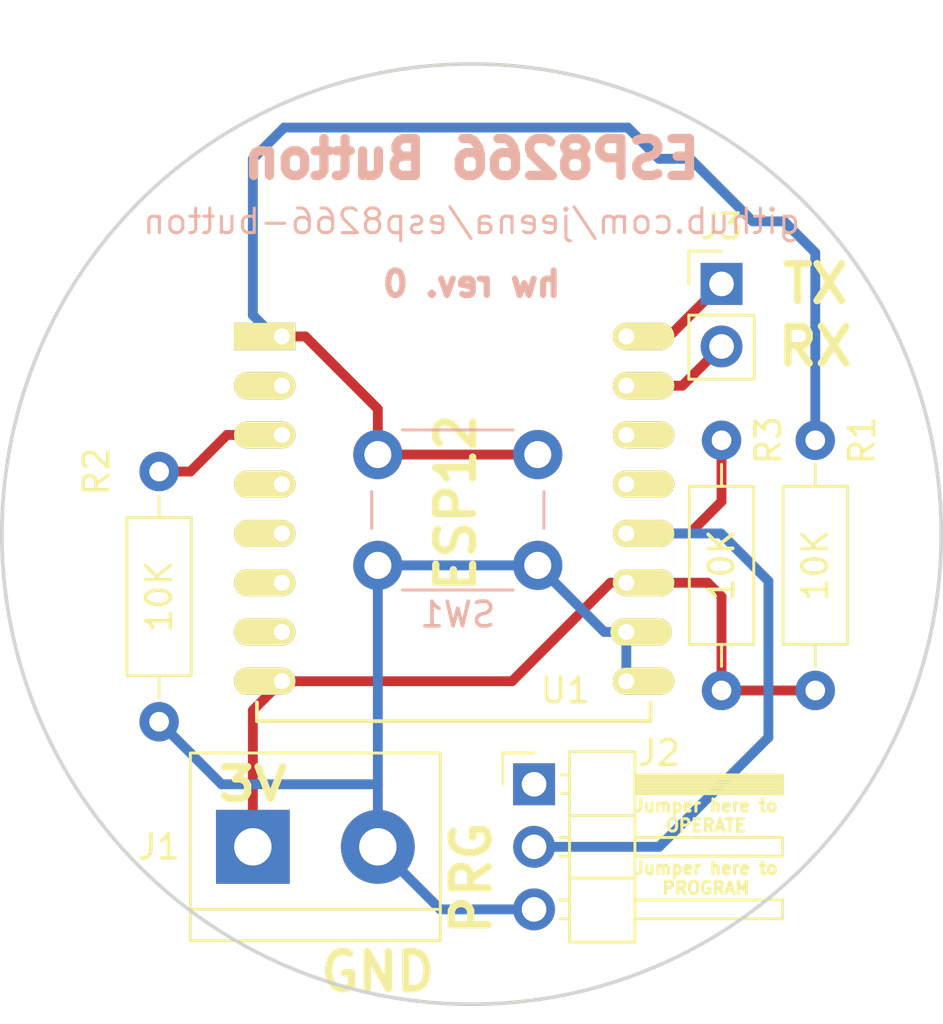
<source format=kicad_pcb>
(kicad_pcb (version 4) (host pcbnew 4.0.7-e2-6376~58~ubuntu16.04.1)

  (general
    (links 18)
    (no_connects 0)
    (area 133.134321 87.195 179.285679 133.565679)
    (thickness 1.6)
    (drawings 12)
    (tracks 50)
    (zones 0)
    (modules 8)
    (nets 16)
  )

  (page A4)
  (layers
    (0 F.Cu signal)
    (31 B.Cu signal)
    (32 B.Adhes user)
    (33 F.Adhes user)
    (34 B.Paste user)
    (35 F.Paste user)
    (36 B.SilkS user)
    (37 F.SilkS user)
    (38 B.Mask user)
    (39 F.Mask user)
    (40 Dwgs.User user)
    (41 Cmts.User user)
    (42 Eco1.User user)
    (43 Eco2.User user)
    (44 Edge.Cuts user)
    (45 Margin user)
    (46 B.CrtYd user)
    (47 F.CrtYd user)
    (48 B.Fab user)
    (49 F.Fab user)
  )

  (setup
    (last_trace_width 0.4)
    (user_trace_width 0.4)
    (user_trace_width 0.5)
    (trace_clearance 0.2)
    (zone_clearance 0.508)
    (zone_45_only no)
    (trace_min 0.2)
    (segment_width 0.2)
    (edge_width 0.15)
    (via_size 0.6)
    (via_drill 0.4)
    (via_min_size 0.4)
    (via_min_drill 0.3)
    (uvia_size 0.3)
    (uvia_drill 0.1)
    (uvias_allowed no)
    (uvia_min_size 0.2)
    (uvia_min_drill 0.1)
    (pcb_text_width 0.3)
    (pcb_text_size 1.5 1.5)
    (mod_edge_width 0.15)
    (mod_text_size 1 1)
    (mod_text_width 0.15)
    (pad_size 1.524 1.524)
    (pad_drill 0.762)
    (pad_to_mask_clearance 0.2)
    (aux_axis_origin 0 0)
    (visible_elements FFFFFF7F)
    (pcbplotparams
      (layerselection 0x00030_80000001)
      (usegerberextensions false)
      (excludeedgelayer true)
      (linewidth 0.100000)
      (plotframeref false)
      (viasonmask false)
      (mode 1)
      (useauxorigin false)
      (hpglpennumber 1)
      (hpglpenspeed 20)
      (hpglpendiameter 15)
      (hpglpenoverlay 2)
      (psnegative false)
      (psa4output false)
      (plotreference true)
      (plotvalue true)
      (plotinvisibletext false)
      (padsonsilk false)
      (subtractmaskfromsilk false)
      (outputformat 1)
      (mirror false)
      (drillshape 1)
      (scaleselection 1)
      (outputdirectory ""))
  )

  (net 0 "")
  (net 1 VCC)
  (net 2 GND)
  (net 3 "Net-(J2-Pad1)")
  (net 4 "Net-(J2-Pad2)")
  (net 5 "Net-(J3-Pad1)")
  (net 6 "Net-(J3-Pad2)")
  (net 7 "Net-(R1-Pad2)")
  (net 8 "Net-(R2-Pad1)")
  (net 9 "Net-(U1-Pad2)")
  (net 10 "Net-(U1-Pad4)")
  (net 11 "Net-(U1-Pad5)")
  (net 12 "Net-(U1-Pad6)")
  (net 13 "Net-(U1-Pad7)")
  (net 14 "Net-(U1-Pad13)")
  (net 15 "Net-(U1-Pad14)")

  (net_class Default "This is the default net class."
    (clearance 0.2)
    (trace_width 0.25)
    (via_dia 0.6)
    (via_drill 0.4)
    (uvia_dia 0.3)
    (uvia_drill 0.1)
    (add_net GND)
    (add_net "Net-(J2-Pad1)")
    (add_net "Net-(J2-Pad2)")
    (add_net "Net-(J3-Pad1)")
    (add_net "Net-(J3-Pad2)")
    (add_net "Net-(R1-Pad2)")
    (add_net "Net-(R2-Pad1)")
    (add_net "Net-(U1-Pad13)")
    (add_net "Net-(U1-Pad14)")
    (add_net "Net-(U1-Pad2)")
    (add_net "Net-(U1-Pad4)")
    (add_net "Net-(U1-Pad5)")
    (add_net "Net-(U1-Pad6)")
    (add_net "Net-(U1-Pad7)")
    (add_net VCC)
  )

  (module Connectors_Terminal_Blocks:TerminalBlock_bornier-2_P5.08mm (layer F.Cu) (tedit 5B218FB5) (tstamp 5B156F85)
    (at 147.32 125.73)
    (descr "simple 2-pin terminal block, pitch 5.08mm, revamped version of bornier2")
    (tags "terminal block bornier2")
    (path /5B1458FA)
    (fp_text reference J1 (at -3.81 0) (layer F.SilkS)
      (effects (font (size 1 1) (thickness 0.15)))
    )
    (fp_text value Screw_Terminal_01x02 (at 1.27 6.35) (layer F.Fab)
      (effects (font (size 1 1) (thickness 0.15)))
    )
    (fp_text user %R (at 2.54 0) (layer F.Fab)
      (effects (font (size 1 1) (thickness 0.15)))
    )
    (fp_line (start -2.41 2.55) (end 7.49 2.55) (layer F.Fab) (width 0.1))
    (fp_line (start -2.46 -3.75) (end -2.46 3.75) (layer F.Fab) (width 0.1))
    (fp_line (start -2.46 3.75) (end 7.54 3.75) (layer F.Fab) (width 0.1))
    (fp_line (start 7.54 3.75) (end 7.54 -3.75) (layer F.Fab) (width 0.1))
    (fp_line (start 7.54 -3.75) (end -2.46 -3.75) (layer F.Fab) (width 0.1))
    (fp_line (start 7.62 2.54) (end -2.54 2.54) (layer F.SilkS) (width 0.12))
    (fp_line (start 7.62 3.81) (end 7.62 -3.81) (layer F.SilkS) (width 0.12))
    (fp_line (start 7.62 -3.81) (end -2.54 -3.81) (layer F.SilkS) (width 0.12))
    (fp_line (start -2.54 -3.81) (end -2.54 3.81) (layer F.SilkS) (width 0.12))
    (fp_line (start -2.54 3.81) (end 7.62 3.81) (layer F.SilkS) (width 0.12))
    (fp_line (start -2.71 -4) (end 7.79 -4) (layer F.CrtYd) (width 0.05))
    (fp_line (start -2.71 -4) (end -2.71 4) (layer F.CrtYd) (width 0.05))
    (fp_line (start 7.79 4) (end 7.79 -4) (layer F.CrtYd) (width 0.05))
    (fp_line (start 7.79 4) (end -2.71 4) (layer F.CrtYd) (width 0.05))
    (pad 1 thru_hole rect (at 0 0) (size 3 3) (drill 1.52) (layers *.Cu *.Mask)
      (net 1 VCC))
    (pad 2 thru_hole circle (at 5.08 0) (size 3 3) (drill 1.52) (layers *.Cu *.Mask)
      (net 2 GND))
    (model ${KISYS3DMOD}/Terminal_Blocks.3dshapes/TerminalBlock_bornier-2_P5.08mm.wrl
      (at (xyz 0.1 0 0))
      (scale (xyz 1 1 1))
      (rotate (xyz 0 0 0))
    )
  )

  (module Pin_Headers:Pin_Header_Angled_1x03_Pitch2.54mm (layer F.Cu) (tedit 5B218FAF) (tstamp 5B156F8C)
    (at 158.75 123.19)
    (descr "Through hole angled pin header, 1x03, 2.54mm pitch, 6mm pin length, single row")
    (tags "Through hole angled pin header THT 1x03 2.54mm single row")
    (path /5B1455C8)
    (fp_text reference J2 (at 5.08 -1.27) (layer F.SilkS)
      (effects (font (size 1 1) (thickness 0.15)))
    )
    (fp_text value Conn_01x03_Male (at 5.08 8.89) (layer F.Fab)
      (effects (font (size 1 1) (thickness 0.15)))
    )
    (fp_line (start 2.135 -1.27) (end 4.04 -1.27) (layer F.Fab) (width 0.1))
    (fp_line (start 4.04 -1.27) (end 4.04 6.35) (layer F.Fab) (width 0.1))
    (fp_line (start 4.04 6.35) (end 1.5 6.35) (layer F.Fab) (width 0.1))
    (fp_line (start 1.5 6.35) (end 1.5 -0.635) (layer F.Fab) (width 0.1))
    (fp_line (start 1.5 -0.635) (end 2.135 -1.27) (layer F.Fab) (width 0.1))
    (fp_line (start -0.32 -0.32) (end 1.5 -0.32) (layer F.Fab) (width 0.1))
    (fp_line (start -0.32 -0.32) (end -0.32 0.32) (layer F.Fab) (width 0.1))
    (fp_line (start -0.32 0.32) (end 1.5 0.32) (layer F.Fab) (width 0.1))
    (fp_line (start 4.04 -0.32) (end 10.04 -0.32) (layer F.Fab) (width 0.1))
    (fp_line (start 10.04 -0.32) (end 10.04 0.32) (layer F.Fab) (width 0.1))
    (fp_line (start 4.04 0.32) (end 10.04 0.32) (layer F.Fab) (width 0.1))
    (fp_line (start -0.32 2.22) (end 1.5 2.22) (layer F.Fab) (width 0.1))
    (fp_line (start -0.32 2.22) (end -0.32 2.86) (layer F.Fab) (width 0.1))
    (fp_line (start -0.32 2.86) (end 1.5 2.86) (layer F.Fab) (width 0.1))
    (fp_line (start 4.04 2.22) (end 10.04 2.22) (layer F.Fab) (width 0.1))
    (fp_line (start 10.04 2.22) (end 10.04 2.86) (layer F.Fab) (width 0.1))
    (fp_line (start 4.04 2.86) (end 10.04 2.86) (layer F.Fab) (width 0.1))
    (fp_line (start -0.32 4.76) (end 1.5 4.76) (layer F.Fab) (width 0.1))
    (fp_line (start -0.32 4.76) (end -0.32 5.4) (layer F.Fab) (width 0.1))
    (fp_line (start -0.32 5.4) (end 1.5 5.4) (layer F.Fab) (width 0.1))
    (fp_line (start 4.04 4.76) (end 10.04 4.76) (layer F.Fab) (width 0.1))
    (fp_line (start 10.04 4.76) (end 10.04 5.4) (layer F.Fab) (width 0.1))
    (fp_line (start 4.04 5.4) (end 10.04 5.4) (layer F.Fab) (width 0.1))
    (fp_line (start 1.44 -1.33) (end 1.44 6.41) (layer F.SilkS) (width 0.12))
    (fp_line (start 1.44 6.41) (end 4.1 6.41) (layer F.SilkS) (width 0.12))
    (fp_line (start 4.1 6.41) (end 4.1 -1.33) (layer F.SilkS) (width 0.12))
    (fp_line (start 4.1 -1.33) (end 1.44 -1.33) (layer F.SilkS) (width 0.12))
    (fp_line (start 4.1 -0.38) (end 10.1 -0.38) (layer F.SilkS) (width 0.12))
    (fp_line (start 10.1 -0.38) (end 10.1 0.38) (layer F.SilkS) (width 0.12))
    (fp_line (start 10.1 0.38) (end 4.1 0.38) (layer F.SilkS) (width 0.12))
    (fp_line (start 4.1 -0.32) (end 10.1 -0.32) (layer F.SilkS) (width 0.12))
    (fp_line (start 4.1 -0.2) (end 10.1 -0.2) (layer F.SilkS) (width 0.12))
    (fp_line (start 4.1 -0.08) (end 10.1 -0.08) (layer F.SilkS) (width 0.12))
    (fp_line (start 4.1 0.04) (end 10.1 0.04) (layer F.SilkS) (width 0.12))
    (fp_line (start 4.1 0.16) (end 10.1 0.16) (layer F.SilkS) (width 0.12))
    (fp_line (start 4.1 0.28) (end 10.1 0.28) (layer F.SilkS) (width 0.12))
    (fp_line (start 1.11 -0.38) (end 1.44 -0.38) (layer F.SilkS) (width 0.12))
    (fp_line (start 1.11 0.38) (end 1.44 0.38) (layer F.SilkS) (width 0.12))
    (fp_line (start 1.44 1.27) (end 4.1 1.27) (layer F.SilkS) (width 0.12))
    (fp_line (start 4.1 2.16) (end 10.1 2.16) (layer F.SilkS) (width 0.12))
    (fp_line (start 10.1 2.16) (end 10.1 2.92) (layer F.SilkS) (width 0.12))
    (fp_line (start 10.1 2.92) (end 4.1 2.92) (layer F.SilkS) (width 0.12))
    (fp_line (start 1.042929 2.16) (end 1.44 2.16) (layer F.SilkS) (width 0.12))
    (fp_line (start 1.042929 2.92) (end 1.44 2.92) (layer F.SilkS) (width 0.12))
    (fp_line (start 1.44 3.81) (end 4.1 3.81) (layer F.SilkS) (width 0.12))
    (fp_line (start 4.1 4.7) (end 10.1 4.7) (layer F.SilkS) (width 0.12))
    (fp_line (start 10.1 4.7) (end 10.1 5.46) (layer F.SilkS) (width 0.12))
    (fp_line (start 10.1 5.46) (end 4.1 5.46) (layer F.SilkS) (width 0.12))
    (fp_line (start 1.042929 4.7) (end 1.44 4.7) (layer F.SilkS) (width 0.12))
    (fp_line (start 1.042929 5.46) (end 1.44 5.46) (layer F.SilkS) (width 0.12))
    (fp_line (start -1.27 0) (end -1.27 -1.27) (layer F.SilkS) (width 0.12))
    (fp_line (start -1.27 -1.27) (end 0 -1.27) (layer F.SilkS) (width 0.12))
    (fp_line (start -1.8 -1.8) (end -1.8 6.85) (layer F.CrtYd) (width 0.05))
    (fp_line (start -1.8 6.85) (end 10.55 6.85) (layer F.CrtYd) (width 0.05))
    (fp_line (start 10.55 6.85) (end 10.55 -1.8) (layer F.CrtYd) (width 0.05))
    (fp_line (start 10.55 -1.8) (end -1.8 -1.8) (layer F.CrtYd) (width 0.05))
    (fp_text user %R (at 2.77 2.54 90) (layer F.Fab)
      (effects (font (size 1 1) (thickness 0.15)))
    )
    (pad 1 thru_hole rect (at 0 0) (size 1.7 1.7) (drill 1) (layers *.Cu *.Mask)
      (net 3 "Net-(J2-Pad1)"))
    (pad 2 thru_hole oval (at 0 2.54) (size 1.7 1.7) (drill 1) (layers *.Cu *.Mask)
      (net 4 "Net-(J2-Pad2)"))
    (pad 3 thru_hole oval (at 0 5.08) (size 1.7 1.7) (drill 1) (layers *.Cu *.Mask)
      (net 2 GND))
    (model ${KISYS3DMOD}/Pin_Headers.3dshapes/Pin_Header_Angled_1x03_Pitch2.54mm.wrl
      (at (xyz 0 0 0))
      (scale (xyz 1 1 1))
      (rotate (xyz 0 0 0))
    )
  )

  (module Socket_Strips:Socket_Strip_Straight_1x02_Pitch2.54mm (layer F.Cu) (tedit 5B2189E6) (tstamp 5B156F92)
    (at 166.37 102.87)
    (descr "Through hole straight socket strip, 1x02, 2.54mm pitch, single row")
    (tags "Through hole socket strip THT 1x02 2.54mm single row")
    (path /5B1457E5)
    (fp_text reference J3 (at 0 -2.33) (layer F.SilkS)
      (effects (font (size 1 1) (thickness 0.15)))
    )
    (fp_text value Conn_01x02_Female (at 2.54 -3.81 270) (layer F.Fab)
      (effects (font (size 1 1) (thickness 0.15)))
    )
    (fp_line (start -1.27 -1.27) (end -1.27 3.81) (layer F.Fab) (width 0.1))
    (fp_line (start -1.27 3.81) (end 1.27 3.81) (layer F.Fab) (width 0.1))
    (fp_line (start 1.27 3.81) (end 1.27 -1.27) (layer F.Fab) (width 0.1))
    (fp_line (start 1.27 -1.27) (end -1.27 -1.27) (layer F.Fab) (width 0.1))
    (fp_line (start -1.33 1.27) (end -1.33 3.87) (layer F.SilkS) (width 0.12))
    (fp_line (start -1.33 3.87) (end 1.33 3.87) (layer F.SilkS) (width 0.12))
    (fp_line (start 1.33 3.87) (end 1.33 1.27) (layer F.SilkS) (width 0.12))
    (fp_line (start 1.33 1.27) (end -1.33 1.27) (layer F.SilkS) (width 0.12))
    (fp_line (start -1.33 0) (end -1.33 -1.33) (layer F.SilkS) (width 0.12))
    (fp_line (start -1.33 -1.33) (end 0 -1.33) (layer F.SilkS) (width 0.12))
    (fp_line (start -1.8 -1.8) (end -1.8 4.35) (layer F.CrtYd) (width 0.05))
    (fp_line (start -1.8 4.35) (end 1.8 4.35) (layer F.CrtYd) (width 0.05))
    (fp_line (start 1.8 4.35) (end 1.8 -1.8) (layer F.CrtYd) (width 0.05))
    (fp_line (start 1.8 -1.8) (end -1.8 -1.8) (layer F.CrtYd) (width 0.05))
    (fp_text user %R (at 0 -2.33) (layer F.Fab)
      (effects (font (size 1 1) (thickness 0.15)))
    )
    (pad 1 thru_hole rect (at 0 0) (size 1.7 1.7) (drill 1) (layers *.Cu *.Mask)
      (net 5 "Net-(J3-Pad1)"))
    (pad 2 thru_hole oval (at 0 2.54) (size 1.7 1.7) (drill 1) (layers *.Cu *.Mask)
      (net 6 "Net-(J3-Pad2)"))
    (model ${KISYS3DMOD}/Socket_Strips.3dshapes/Socket_Strip_Straight_1x02_Pitch2.54mm.wrl
      (at (xyz 0 -0.05 0))
      (scale (xyz 1 1 1))
      (rotate (xyz 0 0 270))
    )
  )

  (module Resistors_THT:R_Axial_DIN0207_L6.3mm_D2.5mm_P10.16mm_Horizontal (layer F.Cu) (tedit 5B21901C) (tstamp 5B156F98)
    (at 170.18 119.38 90)
    (descr "Resistor, Axial_DIN0207 series, Axial, Horizontal, pin pitch=10.16mm, 0.25W = 1/4W, length*diameter=6.3*2.5mm^2, http://cdn-reichelt.de/documents/datenblatt/B400/1_4W%23YAG.pdf")
    (tags "Resistor Axial_DIN0207 series Axial Horizontal pin pitch 10.16mm 0.25W = 1/4W length 6.3mm diameter 2.5mm")
    (path /5B144DE3)
    (fp_text reference R1 (at 10.16 1.905 90) (layer F.SilkS)
      (effects (font (size 1 1) (thickness 0.15)))
    )
    (fp_text value 10K (at 5.08 0 90) (layer F.SilkS)
      (effects (font (size 1 1) (thickness 0.15)))
    )
    (fp_line (start 1.93 -1.25) (end 1.93 1.25) (layer F.Fab) (width 0.1))
    (fp_line (start 1.93 1.25) (end 8.23 1.25) (layer F.Fab) (width 0.1))
    (fp_line (start 8.23 1.25) (end 8.23 -1.25) (layer F.Fab) (width 0.1))
    (fp_line (start 8.23 -1.25) (end 1.93 -1.25) (layer F.Fab) (width 0.1))
    (fp_line (start 0 0) (end 1.93 0) (layer F.Fab) (width 0.1))
    (fp_line (start 10.16 0) (end 8.23 0) (layer F.Fab) (width 0.1))
    (fp_line (start 1.87 -1.31) (end 1.87 1.31) (layer F.SilkS) (width 0.12))
    (fp_line (start 1.87 1.31) (end 8.29 1.31) (layer F.SilkS) (width 0.12))
    (fp_line (start 8.29 1.31) (end 8.29 -1.31) (layer F.SilkS) (width 0.12))
    (fp_line (start 8.29 -1.31) (end 1.87 -1.31) (layer F.SilkS) (width 0.12))
    (fp_line (start 0.98 0) (end 1.87 0) (layer F.SilkS) (width 0.12))
    (fp_line (start 9.18 0) (end 8.29 0) (layer F.SilkS) (width 0.12))
    (fp_line (start -1.05 -1.6) (end -1.05 1.6) (layer F.CrtYd) (width 0.05))
    (fp_line (start -1.05 1.6) (end 11.25 1.6) (layer F.CrtYd) (width 0.05))
    (fp_line (start 11.25 1.6) (end 11.25 -1.6) (layer F.CrtYd) (width 0.05))
    (fp_line (start 11.25 -1.6) (end -1.05 -1.6) (layer F.CrtYd) (width 0.05))
    (pad 1 thru_hole circle (at 0 0 90) (size 1.6 1.6) (drill 0.8) (layers *.Cu *.Mask)
      (net 1 VCC))
    (pad 2 thru_hole oval (at 10.16 0 90) (size 1.6 1.6) (drill 0.8) (layers *.Cu *.Mask)
      (net 7 "Net-(R1-Pad2)"))
    (model ${KISYS3DMOD}/Resistors_THT.3dshapes/R_Axial_DIN0207_L6.3mm_D2.5mm_P10.16mm_Horizontal.wrl
      (at (xyz 0 0 0))
      (scale (xyz 0.393701 0.393701 0.393701))
      (rotate (xyz 0 0 0))
    )
  )

  (module Resistors_THT:R_Axial_DIN0207_L6.3mm_D2.5mm_P10.16mm_Horizontal (layer F.Cu) (tedit 5B219024) (tstamp 5B156F9E)
    (at 143.51 110.49 270)
    (descr "Resistor, Axial_DIN0207 series, Axial, Horizontal, pin pitch=10.16mm, 0.25W = 1/4W, length*diameter=6.3*2.5mm^2, http://cdn-reichelt.de/documents/datenblatt/B400/1_4W%23YAG.pdf")
    (tags "Resistor Axial_DIN0207 series Axial Horizontal pin pitch 10.16mm 0.25W = 1/4W length 6.3mm diameter 2.5mm")
    (path /5B144EF0)
    (fp_text reference R2 (at 0 2.54 270) (layer F.SilkS)
      (effects (font (size 1 1) (thickness 0.15)))
    )
    (fp_text value 10K (at 5.08 0 270) (layer F.SilkS)
      (effects (font (size 1 1) (thickness 0.15)))
    )
    (fp_line (start 1.93 -1.25) (end 1.93 1.25) (layer F.Fab) (width 0.1))
    (fp_line (start 1.93 1.25) (end 8.23 1.25) (layer F.Fab) (width 0.1))
    (fp_line (start 8.23 1.25) (end 8.23 -1.25) (layer F.Fab) (width 0.1))
    (fp_line (start 8.23 -1.25) (end 1.93 -1.25) (layer F.Fab) (width 0.1))
    (fp_line (start 0 0) (end 1.93 0) (layer F.Fab) (width 0.1))
    (fp_line (start 10.16 0) (end 8.23 0) (layer F.Fab) (width 0.1))
    (fp_line (start 1.87 -1.31) (end 1.87 1.31) (layer F.SilkS) (width 0.12))
    (fp_line (start 1.87 1.31) (end 8.29 1.31) (layer F.SilkS) (width 0.12))
    (fp_line (start 8.29 1.31) (end 8.29 -1.31) (layer F.SilkS) (width 0.12))
    (fp_line (start 8.29 -1.31) (end 1.87 -1.31) (layer F.SilkS) (width 0.12))
    (fp_line (start 0.98 0) (end 1.87 0) (layer F.SilkS) (width 0.12))
    (fp_line (start 9.18 0) (end 8.29 0) (layer F.SilkS) (width 0.12))
    (fp_line (start -1.05 -1.6) (end -1.05 1.6) (layer F.CrtYd) (width 0.05))
    (fp_line (start -1.05 1.6) (end 11.25 1.6) (layer F.CrtYd) (width 0.05))
    (fp_line (start 11.25 1.6) (end 11.25 -1.6) (layer F.CrtYd) (width 0.05))
    (fp_line (start 11.25 -1.6) (end -1.05 -1.6) (layer F.CrtYd) (width 0.05))
    (pad 1 thru_hole circle (at 0 0 270) (size 1.6 1.6) (drill 0.8) (layers *.Cu *.Mask)
      (net 8 "Net-(R2-Pad1)"))
    (pad 2 thru_hole oval (at 10.16 0 270) (size 1.6 1.6) (drill 0.8) (layers *.Cu *.Mask)
      (net 2 GND))
    (model ${KISYS3DMOD}/Resistors_THT.3dshapes/R_Axial_DIN0207_L6.3mm_D2.5mm_P10.16mm_Horizontal.wrl
      (at (xyz 0 0 0))
      (scale (xyz 0.393701 0.393701 0.393701))
      (rotate (xyz 0 0 0))
    )
  )

  (module Resistors_THT:R_Axial_DIN0207_L6.3mm_D2.5mm_P10.16mm_Horizontal (layer F.Cu) (tedit 5B219019) (tstamp 5B156FA4)
    (at 166.37 119.38 90)
    (descr "Resistor, Axial_DIN0207 series, Axial, Horizontal, pin pitch=10.16mm, 0.25W = 1/4W, length*diameter=6.3*2.5mm^2, http://cdn-reichelt.de/documents/datenblatt/B400/1_4W%23YAG.pdf")
    (tags "Resistor Axial_DIN0207 series Axial Horizontal pin pitch 10.16mm 0.25W = 1/4W length 6.3mm diameter 2.5mm")
    (path /5B145120)
    (fp_text reference R3 (at 10.16 1.905 90) (layer F.SilkS)
      (effects (font (size 1 1) (thickness 0.15)))
    )
    (fp_text value 10K (at 5.08 0 90) (layer F.SilkS)
      (effects (font (size 1 1) (thickness 0.15)))
    )
    (fp_line (start 1.93 -1.25) (end 1.93 1.25) (layer F.Fab) (width 0.1))
    (fp_line (start 1.93 1.25) (end 8.23 1.25) (layer F.Fab) (width 0.1))
    (fp_line (start 8.23 1.25) (end 8.23 -1.25) (layer F.Fab) (width 0.1))
    (fp_line (start 8.23 -1.25) (end 1.93 -1.25) (layer F.Fab) (width 0.1))
    (fp_line (start 0 0) (end 1.93 0) (layer F.Fab) (width 0.1))
    (fp_line (start 10.16 0) (end 8.23 0) (layer F.Fab) (width 0.1))
    (fp_line (start 1.87 -1.31) (end 1.87 1.31) (layer F.SilkS) (width 0.12))
    (fp_line (start 1.87 1.31) (end 8.29 1.31) (layer F.SilkS) (width 0.12))
    (fp_line (start 8.29 1.31) (end 8.29 -1.31) (layer F.SilkS) (width 0.12))
    (fp_line (start 8.29 -1.31) (end 1.87 -1.31) (layer F.SilkS) (width 0.12))
    (fp_line (start 0.98 0) (end 1.87 0) (layer F.SilkS) (width 0.12))
    (fp_line (start 9.18 0) (end 8.29 0) (layer F.SilkS) (width 0.12))
    (fp_line (start -1.05 -1.6) (end -1.05 1.6) (layer F.CrtYd) (width 0.05))
    (fp_line (start -1.05 1.6) (end 11.25 1.6) (layer F.CrtYd) (width 0.05))
    (fp_line (start 11.25 1.6) (end 11.25 -1.6) (layer F.CrtYd) (width 0.05))
    (fp_line (start 11.25 -1.6) (end -1.05 -1.6) (layer F.CrtYd) (width 0.05))
    (pad 1 thru_hole circle (at 0 0 90) (size 1.6 1.6) (drill 0.8) (layers *.Cu *.Mask)
      (net 1 VCC))
    (pad 2 thru_hole oval (at 10.16 0 90) (size 1.6 1.6) (drill 0.8) (layers *.Cu *.Mask)
      (net 4 "Net-(J2-Pad2)"))
    (model ${KISYS3DMOD}/Resistors_THT.3dshapes/R_Axial_DIN0207_L6.3mm_D2.5mm_P10.16mm_Horizontal.wrl
      (at (xyz 0 0 0))
      (scale (xyz 0.393701 0.393701 0.393701))
      (rotate (xyz 0 0 0))
    )
  )

  (module Buttons_Switches_THT:SW_PUSH_6mm (layer B.Cu) (tedit 5B217E43) (tstamp 5B156FAC)
    (at 152.4 114.3)
    (descr https://www.omron.com/ecb/products/pdf/en-b3f.pdf)
    (tags "tact sw push 6mm")
    (path /5B144B0C)
    (fp_text reference SW1 (at 3.25 2) (layer B.SilkS)
      (effects (font (size 1 1) (thickness 0.15)) (justify mirror))
    )
    (fp_text value SW_DIP_x01 (at 3.75 -6.7) (layer B.Fab)
      (effects (font (size 1 1) (thickness 0.15)) (justify mirror))
    )
    (fp_text user %R (at 3.25 -2.25) (layer B.Fab)
      (effects (font (size 1 1) (thickness 0.15)) (justify mirror))
    )
    (fp_line (start 3.25 0.75) (end 6.25 0.75) (layer B.Fab) (width 0.1))
    (fp_line (start 6.25 0.75) (end 6.25 -5.25) (layer B.Fab) (width 0.1))
    (fp_line (start 6.25 -5.25) (end 0.25 -5.25) (layer B.Fab) (width 0.1))
    (fp_line (start 0.25 -5.25) (end 0.25 0.75) (layer B.Fab) (width 0.1))
    (fp_line (start 0.25 0.75) (end 3.25 0.75) (layer B.Fab) (width 0.1))
    (fp_line (start 7.75 -6) (end 8 -6) (layer B.CrtYd) (width 0.05))
    (fp_line (start 8 -6) (end 8 -5.75) (layer B.CrtYd) (width 0.05))
    (fp_line (start 7.75 1.5) (end 8 1.5) (layer B.CrtYd) (width 0.05))
    (fp_line (start 8 1.5) (end 8 1.25) (layer B.CrtYd) (width 0.05))
    (fp_line (start -1.5 1.25) (end -1.5 1.5) (layer B.CrtYd) (width 0.05))
    (fp_line (start -1.5 1.5) (end -1.25 1.5) (layer B.CrtYd) (width 0.05))
    (fp_line (start -1.5 -5.75) (end -1.5 -6) (layer B.CrtYd) (width 0.05))
    (fp_line (start -1.5 -6) (end -1.25 -6) (layer B.CrtYd) (width 0.05))
    (fp_line (start -1.25 1.5) (end 7.75 1.5) (layer B.CrtYd) (width 0.05))
    (fp_line (start -1.5 -5.75) (end -1.5 1.25) (layer B.CrtYd) (width 0.05))
    (fp_line (start 7.75 -6) (end -1.25 -6) (layer B.CrtYd) (width 0.05))
    (fp_line (start 8 1.25) (end 8 -5.75) (layer B.CrtYd) (width 0.05))
    (fp_line (start 1 -5.5) (end 5.5 -5.5) (layer B.SilkS) (width 0.12))
    (fp_line (start -0.25 -1.5) (end -0.25 -3) (layer B.SilkS) (width 0.12))
    (fp_line (start 5.5 1) (end 1 1) (layer B.SilkS) (width 0.12))
    (fp_line (start 6.75 -3) (end 6.75 -1.5) (layer B.SilkS) (width 0.12))
    (fp_circle (center 3.25 -2.25) (end 1.25 -2.5) (layer B.Fab) (width 0.1))
    (pad 2 thru_hole circle (at 0 -4.5 270) (size 2 2) (drill 1.1) (layers *.Cu *.Mask)
      (net 7 "Net-(R1-Pad2)"))
    (pad 1 thru_hole circle (at 0 0 270) (size 2 2) (drill 1.1) (layers *.Cu *.Mask)
      (net 2 GND))
    (pad 2 thru_hole circle (at 6.5 -4.5 270) (size 2 2) (drill 1.1) (layers *.Cu *.Mask)
      (net 7 "Net-(R1-Pad2)"))
    (pad 1 thru_hole circle (at 6.5 0 270) (size 2 2) (drill 1.1) (layers *.Cu *.Mask)
      (net 2 GND))
    (model ${KISYS3DMOD}/Buttons_Switches_THT.3dshapes/SW_PUSH_6mm.wrl
      (at (xyz 0.005 0 0))
      (scale (xyz 0.3937 0.3937 0.3937))
      (rotate (xyz 0 0 0))
    )
  )

  (module ESP8266:ESP-12 locked (layer F.Cu) (tedit 5B218FAB) (tstamp 5B156FC0)
    (at 148.5011 105.0036)
    (descr "Module, ESP-8266, ESP-12, 16 pad, SMD")
    (tags "Module ESP-8266 ESP8266")
    (path /5B13171D)
    (fp_text reference U1 (at 11.5189 14.3764) (layer F.SilkS)
      (effects (font (size 1 1) (thickness 0.15)))
    )
    (fp_text value ESP-12 (at 6.992 1) (layer F.Fab)
      (effects (font (size 1 1) (thickness 0.15)))
    )
    (fp_line (start -2.25 -0.5) (end -2.25 -8.75) (layer F.CrtYd) (width 0.05))
    (fp_line (start -2.25 -8.75) (end 15.25 -8.75) (layer F.CrtYd) (width 0.05))
    (fp_line (start 15.25 -8.75) (end 16.25 -8.75) (layer F.CrtYd) (width 0.05))
    (fp_line (start 16.25 -8.75) (end 16.25 16) (layer F.CrtYd) (width 0.05))
    (fp_line (start 16.25 16) (end -2.25 16) (layer F.CrtYd) (width 0.05))
    (fp_line (start -2.25 16) (end -2.25 -0.5) (layer F.CrtYd) (width 0.05))
    (fp_line (start -1.016 -8.382) (end 14.986 -8.382) (layer F.CrtYd) (width 0.1524))
    (fp_line (start 14.986 -8.382) (end 14.986 -0.889) (layer F.CrtYd) (width 0.1524))
    (fp_line (start -1.016 -8.382) (end -1.016 -1.016) (layer F.CrtYd) (width 0.1524))
    (fp_line (start -1.016 14.859) (end -1.016 15.621) (layer F.SilkS) (width 0.1524))
    (fp_line (start -1.016 15.621) (end 14.986 15.621) (layer F.SilkS) (width 0.1524))
    (fp_line (start 14.986 15.621) (end 14.986 14.859) (layer F.SilkS) (width 0.1524))
    (fp_line (start 14.992 -8.4) (end -1.008 -2.6) (layer F.CrtYd) (width 0.1524))
    (fp_line (start -1.008 -8.4) (end 14.992 -2.6) (layer F.CrtYd) (width 0.1524))
    (fp_text user "No Copper" (at 6.892 -5.4) (layer F.CrtYd)
      (effects (font (size 1 1) (thickness 0.15)))
    )
    (fp_line (start -1.008 -2.6) (end 14.992 -2.6) (layer F.CrtYd) (width 0.1524))
    (fp_line (start 15 -8.4) (end 15 15.6) (layer F.Fab) (width 0.05))
    (fp_line (start 14.992 15.6) (end -1.008 15.6) (layer F.Fab) (width 0.05))
    (fp_line (start -1.008 15.6) (end -1.008 -8.4) (layer F.Fab) (width 0.05))
    (fp_line (start -1.008 -8.4) (end 14.992 -8.4) (layer F.Fab) (width 0.05))
    (pad 1 thru_hole rect (at 0 0) (size 2.5 1.1) (drill 0.65 (offset -0.7 0)) (layers *.Cu *.Mask F.SilkS)
      (net 7 "Net-(R1-Pad2)"))
    (pad 2 thru_hole oval (at 0 2) (size 2.5 1.1) (drill 0.65 (offset -0.7 0)) (layers *.Cu *.Mask F.SilkS)
      (net 9 "Net-(U1-Pad2)"))
    (pad 3 thru_hole oval (at 0 4) (size 2.5 1.1) (drill 0.65 (offset -0.7 0)) (layers *.Cu *.Mask F.SilkS)
      (net 8 "Net-(R2-Pad1)"))
    (pad 4 thru_hole oval (at 0 6) (size 2.5 1.1) (drill 0.65 (offset -0.7 0)) (layers *.Cu *.Mask F.SilkS)
      (net 10 "Net-(U1-Pad4)"))
    (pad 5 thru_hole oval (at 0 8) (size 2.5 1.1) (drill 0.65 (offset -0.7 0)) (layers *.Cu *.Mask F.SilkS)
      (net 11 "Net-(U1-Pad5)"))
    (pad 6 thru_hole oval (at 0 10) (size 2.5 1.1) (drill 0.65 (offset -0.7 0)) (layers *.Cu *.Mask F.SilkS)
      (net 12 "Net-(U1-Pad6)"))
    (pad 7 thru_hole oval (at 0 12) (size 2.5 1.1) (drill 0.65 (offset -0.7 0)) (layers *.Cu *.Mask F.SilkS)
      (net 13 "Net-(U1-Pad7)"))
    (pad 8 thru_hole oval (at 0 14) (size 2.5 1.1) (drill 0.65 (offset -0.7 0)) (layers *.Cu *.Mask F.SilkS)
      (net 1 VCC))
    (pad 9 thru_hole oval (at 14 14) (size 2.5 1.1) (drill 0.65 (offset 0.7 0)) (layers *.Cu *.Mask F.SilkS)
      (net 2 GND))
    (pad 10 thru_hole oval (at 14 12) (size 2.5 1.1) (drill 0.65 (offset 0.6 0)) (layers *.Cu *.Mask F.SilkS)
      (net 2 GND))
    (pad 11 thru_hole oval (at 14 10) (size 2.5 1.1) (drill 0.65 (offset 0.7 0)) (layers *.Cu *.Mask F.SilkS)
      (net 1 VCC))
    (pad 12 thru_hole oval (at 14 8) (size 2.5 1.1) (drill 0.65 (offset 0.7 0)) (layers *.Cu *.Mask F.SilkS)
      (net 4 "Net-(J2-Pad2)"))
    (pad 13 thru_hole oval (at 14 6) (size 2.5 1.1) (drill 0.65 (offset 0.7 0)) (layers *.Cu *.Mask F.SilkS)
      (net 14 "Net-(U1-Pad13)"))
    (pad 14 thru_hole oval (at 14 4) (size 2.5 1.1) (drill 0.65 (offset 0.7 0)) (layers *.Cu *.Mask F.SilkS)
      (net 15 "Net-(U1-Pad14)"))
    (pad 15 thru_hole oval (at 14 2) (size 2.5 1.1) (drill 0.65 (offset 0.7 0)) (layers *.Cu *.Mask F.SilkS)
      (net 6 "Net-(J3-Pad2)"))
    (pad 16 thru_hole oval (at 14 0) (size 2.5 1.1) (drill 0.65 (offset 0.7 0)) (layers *.Cu *.Mask F.SilkS)
      (net 5 "Net-(J3-Pad1)"))
    (model ${ESPLIB}/ESP8266.3dshapes/ESP-12.wrl
      (at (xyz 0 0 0))
      (scale (xyz 0.3937 0.3937 0.3937))
      (rotate (xyz 0 0 0))
    )
  )

  (gr_text ESP12 (at 155.575 111.76 90) (layer F.SilkS)
    (effects (font (size 1.5 1.5) (thickness 0.3)))
  )
  (gr_text "Jumper here to\nOPERATE" (at 165.735 124.46) (layer F.SilkS)
    (effects (font (size 0.5 0.5) (thickness 0.125)))
  )
  (gr_text "Jumper here to\nPROGRAM" (at 165.735 127) (layer F.SilkS)
    (effects (font (size 0.5 0.5) (thickness 0.125)))
  )
  (gr_text "hw rev. 0" (at 156.21 102.87) (layer B.SilkS)
    (effects (font (size 1 1) (thickness 0.25)) (justify mirror))
  )
  (gr_text github.com/jeena/esp8266-button (at 156.21 100.33) (layer B.SilkS)
    (effects (font (size 1 1) (thickness 0.125)) (justify mirror))
  )
  (gr_text "ESP8266 Button" (at 156.21 97.79) (layer B.SilkS)
    (effects (font (size 1.5 1.5) (thickness 0.375)) (justify mirror))
  )
  (gr_text RX (at 170.18 105.41) (layer F.SilkS)
    (effects (font (size 1.5 1.5) (thickness 0.3)))
  )
  (gr_text TX (at 170.18 102.87) (layer F.SilkS)
    (effects (font (size 1.5 1.5) (thickness 0.3)))
  )
  (gr_text 3V (at 147.32 123.19) (layer F.SilkS)
    (effects (font (size 1.3 1.5) (thickness 0.3)))
  )
  (gr_text GND (at 152.4 130.81) (layer F.SilkS)
    (effects (font (size 1.5 1.5) (thickness 0.3)))
  )
  (gr_text PRG (at 156.21 127 90) (layer F.SilkS)
    (effects (font (size 1.5 1.5) (thickness 0.3)))
  )
  (gr_circle (center 156.21 113.03) (end 157.48 93.98) (layer Edge.Cuts) (width 0.15))

  (segment (start 166.37 115.57) (end 166.37 119.38) (width 0.4) (layer F.Cu) (net 1) (tstamp 5B218A50))
  (segment (start 165.8036 115.0036) (end 166.37 115.57) (width 0.4) (layer F.Cu) (net 1) (tstamp 5B218A4F))
  (segment (start 162.5011 115.0036) (end 165.8036 115.0036) (width 0.4) (layer F.Cu) (net 1))
  (segment (start 166.37 119.38) (end 170.18 119.38) (width 0.4) (layer F.Cu) (net 1))
  (segment (start 148.5011 119.0036) (end 157.8564 119.0036) (width 0.4) (layer F.Cu) (net 1))
  (segment (start 161.8564 115.0036) (end 162.5011 115.0036) (width 0.4) (layer F.Cu) (net 1) (tstamp 5B2187E3))
  (segment (start 157.8564 119.0036) (end 161.8564 115.0036) (width 0.4) (layer F.Cu) (net 1) (tstamp 5B2187E1))
  (segment (start 147.32 125.73) (end 147.32 120.1847) (width 0.4) (layer F.Cu) (net 1))
  (segment (start 147.32 120.1847) (end 148.5011 119.0036) (width 0.4) (layer F.Cu) (net 1) (tstamp 5B2187DE))
  (segment (start 143.51 120.65) (end 146.05 123.19) (width 0.4) (layer B.Cu) (net 2))
  (segment (start 146.05 123.19) (end 152.4 123.19) (width 0.4) (layer B.Cu) (net 2) (tstamp 5B21880A))
  (segment (start 158.75 128.27) (end 154.94 128.27) (width 0.4) (layer B.Cu) (net 2))
  (segment (start 154.94 128.27) (end 152.4 125.73) (width 0.4) (layer B.Cu) (net 2) (tstamp 5B218801))
  (segment (start 162.5011 117.0036) (end 161.6036 117.0036) (width 0.4) (layer B.Cu) (net 2))
  (segment (start 161.6036 117.0036) (end 158.9 114.3) (width 0.4) (layer B.Cu) (net 2) (tstamp 5B2187F6))
  (segment (start 162.5011 119.0036) (end 162.5011 117.0036) (width 0.4) (layer B.Cu) (net 2))
  (segment (start 152.4 114.3) (end 158.9 114.3) (width 0.4) (layer B.Cu) (net 2))
  (segment (start 152.4 125.73) (end 152.4 123.19) (width 0.4) (layer B.Cu) (net 2))
  (segment (start 152.4 123.19) (end 152.4 114.3) (width 0.4) (layer B.Cu) (net 2) (tstamp 5B218813))
  (segment (start 168.275 120.65) (end 168.275 121.285) (width 0.4) (layer B.Cu) (net 4))
  (segment (start 166.3436 113.0036) (end 168.275 114.935) (width 0.4) (layer B.Cu) (net 4) (tstamp 5B218B07))
  (segment (start 168.275 114.935) (end 168.275 120.65) (width 0.4) (layer B.Cu) (net 4) (tstamp 5B218B0C))
  (segment (start 162.5011 113.0036) (end 166.3436 113.0036) (width 0.4) (layer B.Cu) (net 4) (status 400000))
  (segment (start 163.83 125.73) (end 158.75 125.73) (width 0.4) (layer B.Cu) (net 4) (tstamp 5B218B1D) (status 800000))
  (segment (start 168.275 121.285) (end 163.83 125.73) (width 0.4) (layer B.Cu) (net 4) (tstamp 5B218B13))
  (segment (start 162.5011 113.0036) (end 165.0736 113.0036) (width 0.4) (layer F.Cu) (net 4) (status 400000))
  (segment (start 166.37 111.7072) (end 166.37 109.22) (width 0.4) (layer F.Cu) (net 4) (tstamp 5B218ACB) (status 800000))
  (segment (start 165.0736 113.0036) (end 166.37 111.7072) (width 0.4) (layer F.Cu) (net 4) (tstamp 5B218AC9))
  (segment (start 162.5011 105.0036) (end 164.2364 105.0036) (width 0.4) (layer F.Cu) (net 5))
  (segment (start 164.2364 105.0036) (end 166.37 102.87) (width 0.4) (layer F.Cu) (net 5) (tstamp 5B218A48))
  (segment (start 162.5011 107.0036) (end 164.7764 107.0036) (width 0.4) (layer F.Cu) (net 6))
  (segment (start 164.7764 107.0036) (end 166.37 105.41) (width 0.4) (layer F.Cu) (net 6) (tstamp 5B218A45))
  (segment (start 147.32 97.79) (end 148.59 96.52) (width 0.4) (layer B.Cu) (net 7))
  (segment (start 147.32 104.14) (end 147.32 97.79) (width 0.4) (layer B.Cu) (net 7) (tstamp 5B218A81))
  (segment (start 148.1836 105.0036) (end 147.32 104.14) (width 0.4) (layer B.Cu) (net 7) (tstamp 5B218A7E) (status 400000))
  (segment (start 170.18 101.6) (end 170.18 109.22) (width 0.4) (layer B.Cu) (net 7) (tstamp 5B218AA4) (status 800000))
  (segment (start 168.91 100.33) (end 170.18 101.6) (width 0.4) (layer B.Cu) (net 7) (tstamp 5B218AA1))
  (segment (start 167.64 100.33) (end 168.91 100.33) (width 0.4) (layer B.Cu) (net 7) (tstamp 5B218A9F))
  (segment (start 165.1 97.79) (end 167.64 100.33) (width 0.4) (layer B.Cu) (net 7) (tstamp 5B218A94))
  (segment (start 163.83 97.79) (end 165.1 97.79) (width 0.4) (layer B.Cu) (net 7) (tstamp 5B218A92))
  (segment (start 162.56 96.52) (end 163.83 97.79) (width 0.4) (layer B.Cu) (net 7) (tstamp 5B218A8A))
  (segment (start 148.59 96.52) (end 162.56 96.52) (width 0.4) (layer B.Cu) (net 7) (tstamp 5B218A88))
  (segment (start 148.5011 105.0036) (end 148.1836 105.0036) (width 0.4) (layer B.Cu) (net 7) (status C00000))
  (segment (start 148.5011 105.0036) (end 149.4536 105.0036) (width 0.4) (layer F.Cu) (net 7) (status 400000))
  (segment (start 152.4 107.95) (end 152.4 109.8) (width 0.4) (layer F.Cu) (net 7) (tstamp 5B218A57) (status 800000))
  (segment (start 149.4536 105.0036) (end 152.4 107.95) (width 0.4) (layer F.Cu) (net 7) (tstamp 5B218A56))
  (segment (start 152.4 109.8) (end 158.9 109.8) (width 0.4) (layer F.Cu) (net 7) (tstamp 5B218A59) (status C00000))
  (segment (start 143.51 110.49) (end 144.78 110.49) (width 0.4) (layer F.Cu) (net 8))
  (segment (start 146.2664 109.0036) (end 148.5011 109.0036) (width 0.4) (layer F.Cu) (net 8) (tstamp 5B21893C))
  (segment (start 144.78 110.49) (end 146.2664 109.0036) (width 0.4) (layer F.Cu) (net 8) (tstamp 5B218933))

)

</source>
